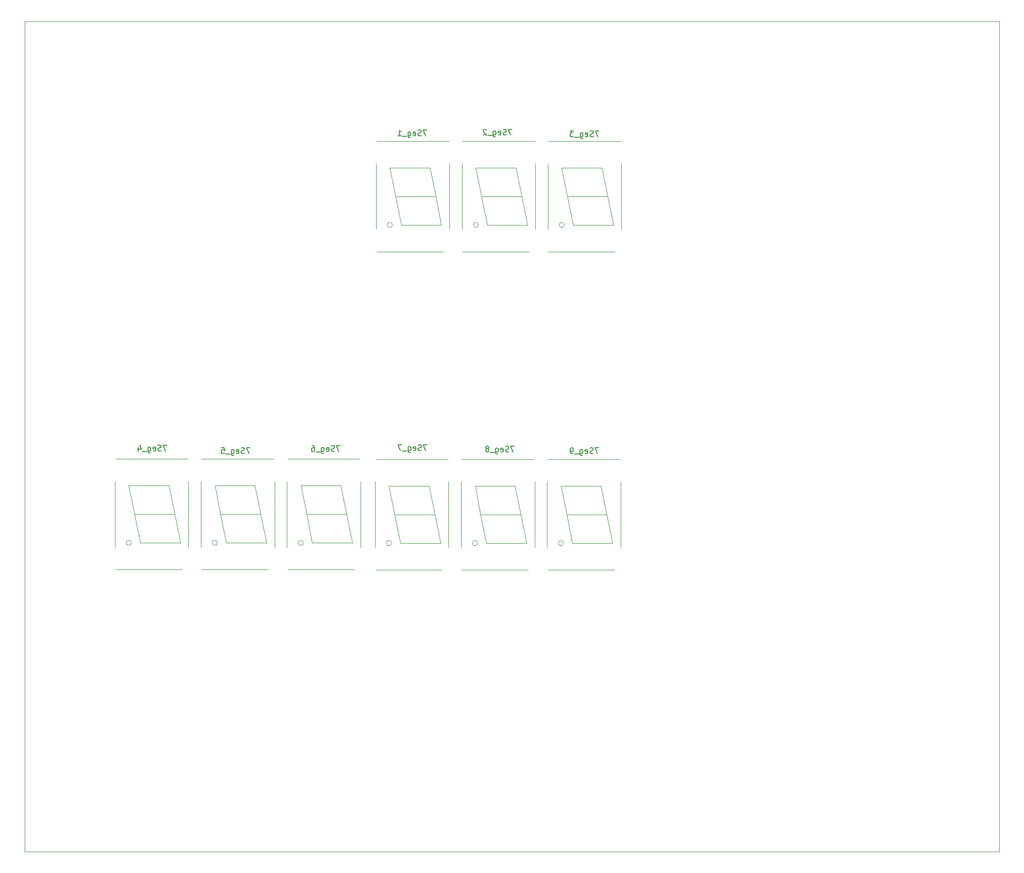
<source format=gbr>
G04 #@! TF.GenerationSoftware,KiCad,Pcbnew,5.1.5-52549c5~84~ubuntu18.04.1*
G04 #@! TF.CreationDate,2020-02-12T19:36:06-05:00*
G04 #@! TF.ProjectId,solenoid_board,736f6c65-6e6f-4696-945f-626f6172642e,rev?*
G04 #@! TF.SameCoordinates,Original*
G04 #@! TF.FileFunction,Legend,Bot*
G04 #@! TF.FilePolarity,Positive*
%FSLAX46Y46*%
G04 Gerber Fmt 4.6, Leading zero omitted, Abs format (unit mm)*
G04 Created by KiCad (PCBNEW 5.1.5-52549c5~84~ubuntu18.04.1) date 2020-02-12 19:36:06*
%MOMM*%
%LPD*%
G04 APERTURE LIST*
G04 #@! TA.AperFunction,Profile*
%ADD10C,0.120000*%
G04 #@! TD*
%ADD11C,0.120000*%
%ADD12C,0.150000*%
G04 APERTURE END LIST*
D10*
X55000000Y-160000000D02*
X225000000Y-160000000D01*
X55000000Y-15000000D02*
X55000000Y-160000000D01*
X225000000Y-15000000D02*
X55000000Y-15000000D01*
X225000000Y-160000000D02*
X225000000Y-15000000D01*
D11*
G04 #@! TO.C,7Seg_3*
X159094200Y-51269400D02*
X159094200Y-39839400D01*
X146274200Y-51269400D02*
X146274200Y-39839400D01*
X157984200Y-55189400D02*
X146384200Y-55189400D01*
X146384200Y-35919400D02*
X158984200Y-35919400D01*
X155684200Y-40554400D02*
X156684200Y-45554400D01*
X156684200Y-45554400D02*
X157684200Y-50554400D01*
X157684200Y-50554400D02*
X150684200Y-50554400D01*
X150684200Y-50554400D02*
X149684200Y-45554400D01*
X148684200Y-40554400D02*
X149684200Y-45554400D01*
X149684200Y-45554400D02*
X156684200Y-45554400D01*
X155684200Y-40554400D02*
X148684200Y-40554400D01*
X149131414Y-50554400D02*
G75*
G03X149131414Y-50554400I-447214J0D01*
G01*
G04 #@! TO.C,7Seg_9*
X158948600Y-106816600D02*
X158948600Y-95386600D01*
X146128600Y-106816600D02*
X146128600Y-95386600D01*
X157838600Y-110736600D02*
X146238600Y-110736600D01*
X146238600Y-91466600D02*
X158838600Y-91466600D01*
X155538600Y-96101600D02*
X156538600Y-101101600D01*
X156538600Y-101101600D02*
X157538600Y-106101600D01*
X157538600Y-106101600D02*
X150538600Y-106101600D01*
X150538600Y-106101600D02*
X149538600Y-101101600D01*
X148538600Y-96101600D02*
X149538600Y-101101600D01*
X149538600Y-101101600D02*
X156538600Y-101101600D01*
X155538600Y-96101600D02*
X148538600Y-96101600D01*
X148985814Y-106101600D02*
G75*
G03X148985814Y-106101600I-447214J0D01*
G01*
G04 #@! TO.C,7Seg_8*
X143948600Y-106816600D02*
X143948600Y-95386600D01*
X131128600Y-106816600D02*
X131128600Y-95386600D01*
X142838600Y-110736600D02*
X131238600Y-110736600D01*
X131238600Y-91466600D02*
X143838600Y-91466600D01*
X140538600Y-96101600D02*
X141538600Y-101101600D01*
X141538600Y-101101600D02*
X142538600Y-106101600D01*
X142538600Y-106101600D02*
X135538600Y-106101600D01*
X135538600Y-106101600D02*
X134538600Y-101101600D01*
X133538600Y-96101600D02*
X134538600Y-101101600D01*
X134538600Y-101101600D02*
X141538600Y-101101600D01*
X140538600Y-96101600D02*
X133538600Y-96101600D01*
X133985814Y-106101600D02*
G75*
G03X133985814Y-106101600I-447214J0D01*
G01*
G04 #@! TO.C,7Seg_7*
X128948600Y-106816600D02*
X128948600Y-95386600D01*
X116128600Y-106816600D02*
X116128600Y-95386600D01*
X127838600Y-110736600D02*
X116238600Y-110736600D01*
X116238600Y-91466600D02*
X128838600Y-91466600D01*
X125538600Y-96101600D02*
X126538600Y-101101600D01*
X126538600Y-101101600D02*
X127538600Y-106101600D01*
X127538600Y-106101600D02*
X120538600Y-106101600D01*
X120538600Y-106101600D02*
X119538600Y-101101600D01*
X118538600Y-96101600D02*
X119538600Y-101101600D01*
X119538600Y-101101600D02*
X126538600Y-101101600D01*
X125538600Y-96101600D02*
X118538600Y-96101600D01*
X118985814Y-106101600D02*
G75*
G03X118985814Y-106101600I-447214J0D01*
G01*
G04 #@! TO.C,7Seg_6*
X113568600Y-106768400D02*
X113568600Y-95338400D01*
X100748600Y-106768400D02*
X100748600Y-95338400D01*
X112458600Y-110688400D02*
X100858600Y-110688400D01*
X100858600Y-91418400D02*
X113458600Y-91418400D01*
X110158600Y-96053400D02*
X111158600Y-101053400D01*
X111158600Y-101053400D02*
X112158600Y-106053400D01*
X112158600Y-106053400D02*
X105158600Y-106053400D01*
X105158600Y-106053400D02*
X104158600Y-101053400D01*
X103158600Y-96053400D02*
X104158600Y-101053400D01*
X104158600Y-101053400D02*
X111158600Y-101053400D01*
X110158600Y-96053400D02*
X103158600Y-96053400D01*
X103605814Y-106053400D02*
G75*
G03X103605814Y-106053400I-447214J0D01*
G01*
G04 #@! TO.C,7Seg_5*
X98568600Y-106768400D02*
X98568600Y-95338400D01*
X85748600Y-106768400D02*
X85748600Y-95338400D01*
X97458600Y-110688400D02*
X85858600Y-110688400D01*
X85858600Y-91418400D02*
X98458600Y-91418400D01*
X95158600Y-96053400D02*
X96158600Y-101053400D01*
X96158600Y-101053400D02*
X97158600Y-106053400D01*
X97158600Y-106053400D02*
X90158600Y-106053400D01*
X90158600Y-106053400D02*
X89158600Y-101053400D01*
X88158600Y-96053400D02*
X89158600Y-101053400D01*
X89158600Y-101053400D02*
X96158600Y-101053400D01*
X95158600Y-96053400D02*
X88158600Y-96053400D01*
X88605814Y-106053400D02*
G75*
G03X88605814Y-106053400I-447214J0D01*
G01*
G04 #@! TO.C,7Seg_4*
X83568600Y-106768400D02*
X83568600Y-95338400D01*
X70748600Y-106768400D02*
X70748600Y-95338400D01*
X82458600Y-110688400D02*
X70858600Y-110688400D01*
X70858600Y-91418400D02*
X83458600Y-91418400D01*
X80158600Y-96053400D02*
X81158600Y-101053400D01*
X81158600Y-101053400D02*
X82158600Y-106053400D01*
X82158600Y-106053400D02*
X75158600Y-106053400D01*
X75158600Y-106053400D02*
X74158600Y-101053400D01*
X73158600Y-96053400D02*
X74158600Y-101053400D01*
X74158600Y-101053400D02*
X81158600Y-101053400D01*
X80158600Y-96053400D02*
X73158600Y-96053400D01*
X73605814Y-106053400D02*
G75*
G03X73605814Y-106053400I-447214J0D01*
G01*
G04 #@! TO.C,7Seg_2*
X144094200Y-51269400D02*
X144094200Y-39839400D01*
X131274200Y-51269400D02*
X131274200Y-39839400D01*
X142984200Y-55189400D02*
X131384200Y-55189400D01*
X131384200Y-35919400D02*
X143984200Y-35919400D01*
X140684200Y-40554400D02*
X141684200Y-45554400D01*
X141684200Y-45554400D02*
X142684200Y-50554400D01*
X142684200Y-50554400D02*
X135684200Y-50554400D01*
X135684200Y-50554400D02*
X134684200Y-45554400D01*
X133684200Y-40554400D02*
X134684200Y-45554400D01*
X134684200Y-45554400D02*
X141684200Y-45554400D01*
X140684200Y-40554400D02*
X133684200Y-40554400D01*
X134131414Y-50554400D02*
G75*
G03X134131414Y-50554400I-447214J0D01*
G01*
G04 #@! TO.C,7Seg_1*
X129094200Y-51269400D02*
X129094200Y-39839400D01*
X116274200Y-51269400D02*
X116274200Y-39839400D01*
X127984200Y-55189400D02*
X116384200Y-55189400D01*
X116384200Y-35919400D02*
X128984200Y-35919400D01*
X125684200Y-40554400D02*
X126684200Y-45554400D01*
X126684200Y-45554400D02*
X127684200Y-50554400D01*
X127684200Y-50554400D02*
X120684200Y-50554400D01*
X120684200Y-50554400D02*
X119684200Y-45554400D01*
X118684200Y-40554400D02*
X119684200Y-45554400D01*
X119684200Y-45554400D02*
X126684200Y-45554400D01*
X125684200Y-40554400D02*
X118684200Y-40554400D01*
X119131414Y-50554400D02*
G75*
G03X119131414Y-50554400I-447214J0D01*
G01*
G04 #@! TD*
G04 #@! TO.C,7Seg_3*
D12*
X155206419Y-34135580D02*
X154539752Y-34135580D01*
X154968323Y-35135580D01*
X154206419Y-35087961D02*
X154063561Y-35135580D01*
X153825466Y-35135580D01*
X153730228Y-35087961D01*
X153682609Y-35040342D01*
X153634990Y-34945104D01*
X153634990Y-34849866D01*
X153682609Y-34754628D01*
X153730228Y-34707009D01*
X153825466Y-34659390D01*
X154015942Y-34611771D01*
X154111180Y-34564152D01*
X154158800Y-34516533D01*
X154206419Y-34421295D01*
X154206419Y-34326057D01*
X154158800Y-34230819D01*
X154111180Y-34183200D01*
X154015942Y-34135580D01*
X153777847Y-34135580D01*
X153634990Y-34183200D01*
X152825466Y-35087961D02*
X152920704Y-35135580D01*
X153111180Y-35135580D01*
X153206419Y-35087961D01*
X153254038Y-34992723D01*
X153254038Y-34611771D01*
X153206419Y-34516533D01*
X153111180Y-34468914D01*
X152920704Y-34468914D01*
X152825466Y-34516533D01*
X152777847Y-34611771D01*
X152777847Y-34707009D01*
X153254038Y-34802247D01*
X151920704Y-34468914D02*
X151920704Y-35278438D01*
X151968323Y-35373676D01*
X152015942Y-35421295D01*
X152111180Y-35468914D01*
X152254038Y-35468914D01*
X152349276Y-35421295D01*
X151920704Y-35087961D02*
X152015942Y-35135580D01*
X152206419Y-35135580D01*
X152301657Y-35087961D01*
X152349276Y-35040342D01*
X152396895Y-34945104D01*
X152396895Y-34659390D01*
X152349276Y-34564152D01*
X152301657Y-34516533D01*
X152206419Y-34468914D01*
X152015942Y-34468914D01*
X151920704Y-34516533D01*
X151682609Y-35230819D02*
X150920704Y-35230819D01*
X150777847Y-34135580D02*
X150158800Y-34135580D01*
X150492133Y-34516533D01*
X150349276Y-34516533D01*
X150254038Y-34564152D01*
X150206419Y-34611771D01*
X150158800Y-34707009D01*
X150158800Y-34945104D01*
X150206419Y-35040342D01*
X150254038Y-35087961D01*
X150349276Y-35135580D01*
X150634990Y-35135580D01*
X150730228Y-35087961D01*
X150777847Y-35040342D01*
G04 #@! TO.C,7Seg_9*
X155176219Y-89469980D02*
X154509552Y-89469980D01*
X154938123Y-90469980D01*
X154176219Y-90422361D02*
X154033361Y-90469980D01*
X153795266Y-90469980D01*
X153700028Y-90422361D01*
X153652409Y-90374742D01*
X153604790Y-90279504D01*
X153604790Y-90184266D01*
X153652409Y-90089028D01*
X153700028Y-90041409D01*
X153795266Y-89993790D01*
X153985742Y-89946171D01*
X154080980Y-89898552D01*
X154128600Y-89850933D01*
X154176219Y-89755695D01*
X154176219Y-89660457D01*
X154128600Y-89565219D01*
X154080980Y-89517600D01*
X153985742Y-89469980D01*
X153747647Y-89469980D01*
X153604790Y-89517600D01*
X152795266Y-90422361D02*
X152890504Y-90469980D01*
X153080980Y-90469980D01*
X153176219Y-90422361D01*
X153223838Y-90327123D01*
X153223838Y-89946171D01*
X153176219Y-89850933D01*
X153080980Y-89803314D01*
X152890504Y-89803314D01*
X152795266Y-89850933D01*
X152747647Y-89946171D01*
X152747647Y-90041409D01*
X153223838Y-90136647D01*
X151890504Y-89803314D02*
X151890504Y-90612838D01*
X151938123Y-90708076D01*
X151985742Y-90755695D01*
X152080980Y-90803314D01*
X152223838Y-90803314D01*
X152319076Y-90755695D01*
X151890504Y-90422361D02*
X151985742Y-90469980D01*
X152176219Y-90469980D01*
X152271457Y-90422361D01*
X152319076Y-90374742D01*
X152366695Y-90279504D01*
X152366695Y-89993790D01*
X152319076Y-89898552D01*
X152271457Y-89850933D01*
X152176219Y-89803314D01*
X151985742Y-89803314D01*
X151890504Y-89850933D01*
X151652409Y-90565219D02*
X150890504Y-90565219D01*
X150604790Y-90469980D02*
X150414314Y-90469980D01*
X150319076Y-90422361D01*
X150271457Y-90374742D01*
X150176219Y-90231885D01*
X150128600Y-90041409D01*
X150128600Y-89660457D01*
X150176219Y-89565219D01*
X150223838Y-89517600D01*
X150319076Y-89469980D01*
X150509552Y-89469980D01*
X150604790Y-89517600D01*
X150652409Y-89565219D01*
X150700028Y-89660457D01*
X150700028Y-89898552D01*
X150652409Y-89993790D01*
X150604790Y-90041409D01*
X150509552Y-90089028D01*
X150319076Y-90089028D01*
X150223838Y-90041409D01*
X150176219Y-89993790D01*
X150128600Y-89898552D01*
G04 #@! TO.C,7Seg_8*
X140444219Y-89190580D02*
X139777552Y-89190580D01*
X140206123Y-90190580D01*
X139444219Y-90142961D02*
X139301361Y-90190580D01*
X139063266Y-90190580D01*
X138968028Y-90142961D01*
X138920409Y-90095342D01*
X138872790Y-90000104D01*
X138872790Y-89904866D01*
X138920409Y-89809628D01*
X138968028Y-89762009D01*
X139063266Y-89714390D01*
X139253742Y-89666771D01*
X139348980Y-89619152D01*
X139396600Y-89571533D01*
X139444219Y-89476295D01*
X139444219Y-89381057D01*
X139396600Y-89285819D01*
X139348980Y-89238200D01*
X139253742Y-89190580D01*
X139015647Y-89190580D01*
X138872790Y-89238200D01*
X138063266Y-90142961D02*
X138158504Y-90190580D01*
X138348980Y-90190580D01*
X138444219Y-90142961D01*
X138491838Y-90047723D01*
X138491838Y-89666771D01*
X138444219Y-89571533D01*
X138348980Y-89523914D01*
X138158504Y-89523914D01*
X138063266Y-89571533D01*
X138015647Y-89666771D01*
X138015647Y-89762009D01*
X138491838Y-89857247D01*
X137158504Y-89523914D02*
X137158504Y-90333438D01*
X137206123Y-90428676D01*
X137253742Y-90476295D01*
X137348980Y-90523914D01*
X137491838Y-90523914D01*
X137587076Y-90476295D01*
X137158504Y-90142961D02*
X137253742Y-90190580D01*
X137444219Y-90190580D01*
X137539457Y-90142961D01*
X137587076Y-90095342D01*
X137634695Y-90000104D01*
X137634695Y-89714390D01*
X137587076Y-89619152D01*
X137539457Y-89571533D01*
X137444219Y-89523914D01*
X137253742Y-89523914D01*
X137158504Y-89571533D01*
X136920409Y-90285819D02*
X136158504Y-90285819D01*
X135777552Y-89619152D02*
X135872790Y-89571533D01*
X135920409Y-89523914D01*
X135968028Y-89428676D01*
X135968028Y-89381057D01*
X135920409Y-89285819D01*
X135872790Y-89238200D01*
X135777552Y-89190580D01*
X135587076Y-89190580D01*
X135491838Y-89238200D01*
X135444219Y-89285819D01*
X135396600Y-89381057D01*
X135396600Y-89428676D01*
X135444219Y-89523914D01*
X135491838Y-89571533D01*
X135587076Y-89619152D01*
X135777552Y-89619152D01*
X135872790Y-89666771D01*
X135920409Y-89714390D01*
X135968028Y-89809628D01*
X135968028Y-90000104D01*
X135920409Y-90095342D01*
X135872790Y-90142961D01*
X135777552Y-90190580D01*
X135587076Y-90190580D01*
X135491838Y-90142961D01*
X135444219Y-90095342D01*
X135396600Y-90000104D01*
X135396600Y-89809628D01*
X135444219Y-89714390D01*
X135491838Y-89666771D01*
X135587076Y-89619152D01*
G04 #@! TO.C,7Seg_7*
X125187819Y-88946180D02*
X124521152Y-88946180D01*
X124949723Y-89946180D01*
X124187819Y-89898561D02*
X124044961Y-89946180D01*
X123806866Y-89946180D01*
X123711628Y-89898561D01*
X123664009Y-89850942D01*
X123616390Y-89755704D01*
X123616390Y-89660466D01*
X123664009Y-89565228D01*
X123711628Y-89517609D01*
X123806866Y-89469990D01*
X123997342Y-89422371D01*
X124092580Y-89374752D01*
X124140200Y-89327133D01*
X124187819Y-89231895D01*
X124187819Y-89136657D01*
X124140200Y-89041419D01*
X124092580Y-88993800D01*
X123997342Y-88946180D01*
X123759247Y-88946180D01*
X123616390Y-88993800D01*
X122806866Y-89898561D02*
X122902104Y-89946180D01*
X123092580Y-89946180D01*
X123187819Y-89898561D01*
X123235438Y-89803323D01*
X123235438Y-89422371D01*
X123187819Y-89327133D01*
X123092580Y-89279514D01*
X122902104Y-89279514D01*
X122806866Y-89327133D01*
X122759247Y-89422371D01*
X122759247Y-89517609D01*
X123235438Y-89612847D01*
X121902104Y-89279514D02*
X121902104Y-90089038D01*
X121949723Y-90184276D01*
X121997342Y-90231895D01*
X122092580Y-90279514D01*
X122235438Y-90279514D01*
X122330676Y-90231895D01*
X121902104Y-89898561D02*
X121997342Y-89946180D01*
X122187819Y-89946180D01*
X122283057Y-89898561D01*
X122330676Y-89850942D01*
X122378295Y-89755704D01*
X122378295Y-89469990D01*
X122330676Y-89374752D01*
X122283057Y-89327133D01*
X122187819Y-89279514D01*
X121997342Y-89279514D01*
X121902104Y-89327133D01*
X121664009Y-90041419D02*
X120902104Y-90041419D01*
X120759247Y-88946180D02*
X120092580Y-88946180D01*
X120521152Y-89946180D01*
G04 #@! TO.C,7Seg_6*
X110052819Y-89091580D02*
X109386152Y-89091580D01*
X109814723Y-90091580D01*
X109052819Y-90043961D02*
X108909961Y-90091580D01*
X108671866Y-90091580D01*
X108576628Y-90043961D01*
X108529009Y-89996342D01*
X108481390Y-89901104D01*
X108481390Y-89805866D01*
X108529009Y-89710628D01*
X108576628Y-89663009D01*
X108671866Y-89615390D01*
X108862342Y-89567771D01*
X108957580Y-89520152D01*
X109005200Y-89472533D01*
X109052819Y-89377295D01*
X109052819Y-89282057D01*
X109005200Y-89186819D01*
X108957580Y-89139200D01*
X108862342Y-89091580D01*
X108624247Y-89091580D01*
X108481390Y-89139200D01*
X107671866Y-90043961D02*
X107767104Y-90091580D01*
X107957580Y-90091580D01*
X108052819Y-90043961D01*
X108100438Y-89948723D01*
X108100438Y-89567771D01*
X108052819Y-89472533D01*
X107957580Y-89424914D01*
X107767104Y-89424914D01*
X107671866Y-89472533D01*
X107624247Y-89567771D01*
X107624247Y-89663009D01*
X108100438Y-89758247D01*
X106767104Y-89424914D02*
X106767104Y-90234438D01*
X106814723Y-90329676D01*
X106862342Y-90377295D01*
X106957580Y-90424914D01*
X107100438Y-90424914D01*
X107195676Y-90377295D01*
X106767104Y-90043961D02*
X106862342Y-90091580D01*
X107052819Y-90091580D01*
X107148057Y-90043961D01*
X107195676Y-89996342D01*
X107243295Y-89901104D01*
X107243295Y-89615390D01*
X107195676Y-89520152D01*
X107148057Y-89472533D01*
X107052819Y-89424914D01*
X106862342Y-89424914D01*
X106767104Y-89472533D01*
X106529009Y-90186819D02*
X105767104Y-90186819D01*
X105100438Y-89091580D02*
X105290914Y-89091580D01*
X105386152Y-89139200D01*
X105433771Y-89186819D01*
X105529009Y-89329676D01*
X105576628Y-89520152D01*
X105576628Y-89901104D01*
X105529009Y-89996342D01*
X105481390Y-90043961D01*
X105386152Y-90091580D01*
X105195676Y-90091580D01*
X105100438Y-90043961D01*
X105052819Y-89996342D01*
X105005200Y-89901104D01*
X105005200Y-89663009D01*
X105052819Y-89567771D01*
X105100438Y-89520152D01*
X105195676Y-89472533D01*
X105386152Y-89472533D01*
X105481390Y-89520152D01*
X105529009Y-89567771D01*
X105576628Y-89663009D01*
G04 #@! TO.C,7Seg_5*
X94325219Y-89431380D02*
X93658552Y-89431380D01*
X94087123Y-90431380D01*
X93325219Y-90383761D02*
X93182361Y-90431380D01*
X92944266Y-90431380D01*
X92849028Y-90383761D01*
X92801409Y-90336142D01*
X92753790Y-90240904D01*
X92753790Y-90145666D01*
X92801409Y-90050428D01*
X92849028Y-90002809D01*
X92944266Y-89955190D01*
X93134742Y-89907571D01*
X93229980Y-89859952D01*
X93277600Y-89812333D01*
X93325219Y-89717095D01*
X93325219Y-89621857D01*
X93277600Y-89526619D01*
X93229980Y-89479000D01*
X93134742Y-89431380D01*
X92896647Y-89431380D01*
X92753790Y-89479000D01*
X91944266Y-90383761D02*
X92039504Y-90431380D01*
X92229980Y-90431380D01*
X92325219Y-90383761D01*
X92372838Y-90288523D01*
X92372838Y-89907571D01*
X92325219Y-89812333D01*
X92229980Y-89764714D01*
X92039504Y-89764714D01*
X91944266Y-89812333D01*
X91896647Y-89907571D01*
X91896647Y-90002809D01*
X92372838Y-90098047D01*
X91039504Y-89764714D02*
X91039504Y-90574238D01*
X91087123Y-90669476D01*
X91134742Y-90717095D01*
X91229980Y-90764714D01*
X91372838Y-90764714D01*
X91468076Y-90717095D01*
X91039504Y-90383761D02*
X91134742Y-90431380D01*
X91325219Y-90431380D01*
X91420457Y-90383761D01*
X91468076Y-90336142D01*
X91515695Y-90240904D01*
X91515695Y-89955190D01*
X91468076Y-89859952D01*
X91420457Y-89812333D01*
X91325219Y-89764714D01*
X91134742Y-89764714D01*
X91039504Y-89812333D01*
X90801409Y-90526619D02*
X90039504Y-90526619D01*
X89325219Y-89431380D02*
X89801409Y-89431380D01*
X89849028Y-89907571D01*
X89801409Y-89859952D01*
X89706171Y-89812333D01*
X89468076Y-89812333D01*
X89372838Y-89859952D01*
X89325219Y-89907571D01*
X89277600Y-90002809D01*
X89277600Y-90240904D01*
X89325219Y-90336142D01*
X89372838Y-90383761D01*
X89468076Y-90431380D01*
X89706171Y-90431380D01*
X89801409Y-90383761D01*
X89849028Y-90336142D01*
G04 #@! TO.C,7Seg_4*
X79782419Y-88999580D02*
X79115752Y-88999580D01*
X79544323Y-89999580D01*
X78782419Y-89951961D02*
X78639561Y-89999580D01*
X78401466Y-89999580D01*
X78306228Y-89951961D01*
X78258609Y-89904342D01*
X78210990Y-89809104D01*
X78210990Y-89713866D01*
X78258609Y-89618628D01*
X78306228Y-89571009D01*
X78401466Y-89523390D01*
X78591942Y-89475771D01*
X78687180Y-89428152D01*
X78734800Y-89380533D01*
X78782419Y-89285295D01*
X78782419Y-89190057D01*
X78734800Y-89094819D01*
X78687180Y-89047200D01*
X78591942Y-88999580D01*
X78353847Y-88999580D01*
X78210990Y-89047200D01*
X77401466Y-89951961D02*
X77496704Y-89999580D01*
X77687180Y-89999580D01*
X77782419Y-89951961D01*
X77830038Y-89856723D01*
X77830038Y-89475771D01*
X77782419Y-89380533D01*
X77687180Y-89332914D01*
X77496704Y-89332914D01*
X77401466Y-89380533D01*
X77353847Y-89475771D01*
X77353847Y-89571009D01*
X77830038Y-89666247D01*
X76496704Y-89332914D02*
X76496704Y-90142438D01*
X76544323Y-90237676D01*
X76591942Y-90285295D01*
X76687180Y-90332914D01*
X76830038Y-90332914D01*
X76925276Y-90285295D01*
X76496704Y-89951961D02*
X76591942Y-89999580D01*
X76782419Y-89999580D01*
X76877657Y-89951961D01*
X76925276Y-89904342D01*
X76972895Y-89809104D01*
X76972895Y-89523390D01*
X76925276Y-89428152D01*
X76877657Y-89380533D01*
X76782419Y-89332914D01*
X76591942Y-89332914D01*
X76496704Y-89380533D01*
X76258609Y-90094819D02*
X75496704Y-90094819D01*
X74830038Y-89332914D02*
X74830038Y-89999580D01*
X75068133Y-88951961D02*
X75306228Y-89666247D01*
X74687180Y-89666247D01*
G04 #@! TO.C,7Seg_2*
X140028619Y-33856180D02*
X139361952Y-33856180D01*
X139790523Y-34856180D01*
X139028619Y-34808561D02*
X138885761Y-34856180D01*
X138647666Y-34856180D01*
X138552428Y-34808561D01*
X138504809Y-34760942D01*
X138457190Y-34665704D01*
X138457190Y-34570466D01*
X138504809Y-34475228D01*
X138552428Y-34427609D01*
X138647666Y-34379990D01*
X138838142Y-34332371D01*
X138933380Y-34284752D01*
X138981000Y-34237133D01*
X139028619Y-34141895D01*
X139028619Y-34046657D01*
X138981000Y-33951419D01*
X138933380Y-33903800D01*
X138838142Y-33856180D01*
X138600047Y-33856180D01*
X138457190Y-33903800D01*
X137647666Y-34808561D02*
X137742904Y-34856180D01*
X137933380Y-34856180D01*
X138028619Y-34808561D01*
X138076238Y-34713323D01*
X138076238Y-34332371D01*
X138028619Y-34237133D01*
X137933380Y-34189514D01*
X137742904Y-34189514D01*
X137647666Y-34237133D01*
X137600047Y-34332371D01*
X137600047Y-34427609D01*
X138076238Y-34522847D01*
X136742904Y-34189514D02*
X136742904Y-34999038D01*
X136790523Y-35094276D01*
X136838142Y-35141895D01*
X136933380Y-35189514D01*
X137076238Y-35189514D01*
X137171476Y-35141895D01*
X136742904Y-34808561D02*
X136838142Y-34856180D01*
X137028619Y-34856180D01*
X137123857Y-34808561D01*
X137171476Y-34760942D01*
X137219095Y-34665704D01*
X137219095Y-34379990D01*
X137171476Y-34284752D01*
X137123857Y-34237133D01*
X137028619Y-34189514D01*
X136838142Y-34189514D01*
X136742904Y-34237133D01*
X136504809Y-34951419D02*
X135742904Y-34951419D01*
X135552428Y-33951419D02*
X135504809Y-33903800D01*
X135409571Y-33856180D01*
X135171476Y-33856180D01*
X135076238Y-33903800D01*
X135028619Y-33951419D01*
X134981000Y-34046657D01*
X134981000Y-34141895D01*
X135028619Y-34284752D01*
X135600047Y-34856180D01*
X134981000Y-34856180D01*
G04 #@! TO.C,7Seg_1*
X125155619Y-33983180D02*
X124488952Y-33983180D01*
X124917523Y-34983180D01*
X124155619Y-34935561D02*
X124012761Y-34983180D01*
X123774666Y-34983180D01*
X123679428Y-34935561D01*
X123631809Y-34887942D01*
X123584190Y-34792704D01*
X123584190Y-34697466D01*
X123631809Y-34602228D01*
X123679428Y-34554609D01*
X123774666Y-34506990D01*
X123965142Y-34459371D01*
X124060380Y-34411752D01*
X124108000Y-34364133D01*
X124155619Y-34268895D01*
X124155619Y-34173657D01*
X124108000Y-34078419D01*
X124060380Y-34030800D01*
X123965142Y-33983180D01*
X123727047Y-33983180D01*
X123584190Y-34030800D01*
X122774666Y-34935561D02*
X122869904Y-34983180D01*
X123060380Y-34983180D01*
X123155619Y-34935561D01*
X123203238Y-34840323D01*
X123203238Y-34459371D01*
X123155619Y-34364133D01*
X123060380Y-34316514D01*
X122869904Y-34316514D01*
X122774666Y-34364133D01*
X122727047Y-34459371D01*
X122727047Y-34554609D01*
X123203238Y-34649847D01*
X121869904Y-34316514D02*
X121869904Y-35126038D01*
X121917523Y-35221276D01*
X121965142Y-35268895D01*
X122060380Y-35316514D01*
X122203238Y-35316514D01*
X122298476Y-35268895D01*
X121869904Y-34935561D02*
X121965142Y-34983180D01*
X122155619Y-34983180D01*
X122250857Y-34935561D01*
X122298476Y-34887942D01*
X122346095Y-34792704D01*
X122346095Y-34506990D01*
X122298476Y-34411752D01*
X122250857Y-34364133D01*
X122155619Y-34316514D01*
X121965142Y-34316514D01*
X121869904Y-34364133D01*
X121631809Y-35078419D02*
X120869904Y-35078419D01*
X120108000Y-34983180D02*
X120679428Y-34983180D01*
X120393714Y-34983180D02*
X120393714Y-33983180D01*
X120488952Y-34126038D01*
X120584190Y-34221276D01*
X120679428Y-34268895D01*
G04 #@! TD*
M02*

</source>
